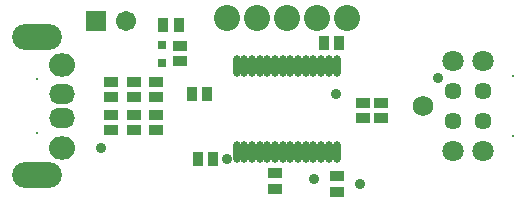
<source format=gts>
G04*
G04 #@! TF.GenerationSoftware,Altium Limited,Altium Designer,18.1.11 (251)*
G04*
G04 Layer_Color=8388736*
%FSLAX25Y25*%
%MOIN*%
G70*
G01*
G75*
%ADD21R,0.03556X0.04540*%
%ADD22R,0.04540X0.03556*%
%ADD23C,0.08674*%
%ADD24R,0.02769X0.03162*%
%ADD25O,0.02375X0.07296*%
%ADD26C,0.05721*%
%ADD27C,0.06800*%
%ADD28C,0.00800*%
%ADD29C,0.07099*%
%ADD30O,0.08674X0.07690*%
%ADD31O,0.08674X0.06706*%
%ADD32O,0.16548X0.08674*%
%ADD33R,0.06706X0.06706*%
%ADD34C,0.06706*%
%ADD35C,0.03556*%
%ADD36C,0.05800*%
D21*
X352559Y276000D02*
D03*
X347441D02*
D03*
X394559Y314500D02*
D03*
X389441D02*
D03*
X341059Y320500D02*
D03*
X335941D02*
D03*
X350500Y297500D02*
D03*
X345382D02*
D03*
D22*
X393634Y270059D02*
D03*
Y264941D02*
D03*
X373161Y271059D02*
D03*
Y265941D02*
D03*
X408500Y289441D02*
D03*
Y294559D02*
D03*
X402500Y289441D02*
D03*
Y294559D02*
D03*
X341500Y308441D02*
D03*
Y313559D02*
D03*
X333500Y301618D02*
D03*
Y296500D02*
D03*
X326000Y301618D02*
D03*
Y296500D02*
D03*
X318500Y301618D02*
D03*
Y296500D02*
D03*
Y285500D02*
D03*
Y290618D02*
D03*
X326000Y285500D02*
D03*
Y290618D02*
D03*
X333500Y285500D02*
D03*
Y290618D02*
D03*
D23*
X357000Y323000D02*
D03*
X367000D02*
D03*
X377000D02*
D03*
X387000D02*
D03*
X397000D02*
D03*
D24*
X335500Y313953D02*
D03*
Y308047D02*
D03*
D25*
X360366Y278228D02*
D03*
X362925D02*
D03*
X365484D02*
D03*
X368043D02*
D03*
X370602D02*
D03*
X373161D02*
D03*
X375721D02*
D03*
X378279D02*
D03*
X380839D02*
D03*
X383398D02*
D03*
X385957D02*
D03*
X388516D02*
D03*
X391075D02*
D03*
X393634D02*
D03*
X360366Y306772D02*
D03*
X362925D02*
D03*
X365484D02*
D03*
X368043D02*
D03*
X370602D02*
D03*
X373161D02*
D03*
X375721D02*
D03*
X378279D02*
D03*
X380839D02*
D03*
X383398D02*
D03*
X385957D02*
D03*
X388516D02*
D03*
X391075D02*
D03*
X393634D02*
D03*
D26*
X442500Y288500D02*
D03*
Y298500D02*
D03*
X432500Y288500D02*
D03*
Y298500D02*
D03*
D27*
X422500Y293500D02*
D03*
D28*
X452500Y283500D02*
D03*
Y303500D02*
D03*
X293917Y284445D02*
D03*
Y302555D02*
D03*
D29*
X442500Y308500D02*
D03*
Y278500D02*
D03*
X432500D02*
D03*
Y308500D02*
D03*
D30*
X302185Y307279D02*
D03*
Y279720D02*
D03*
D31*
Y297437D02*
D03*
Y289563D02*
D03*
D32*
X293917Y270468D02*
D03*
Y316531D02*
D03*
D33*
X313500Y322000D02*
D03*
D34*
X323500D02*
D03*
D35*
X401500Y267462D02*
D03*
X427500Y303000D02*
D03*
X393500Y297500D02*
D03*
X357000Y275870D02*
D03*
X315000Y279720D02*
D03*
X386000Y269370D02*
D03*
D36*
X377000Y323000D02*
D03*
M02*

</source>
